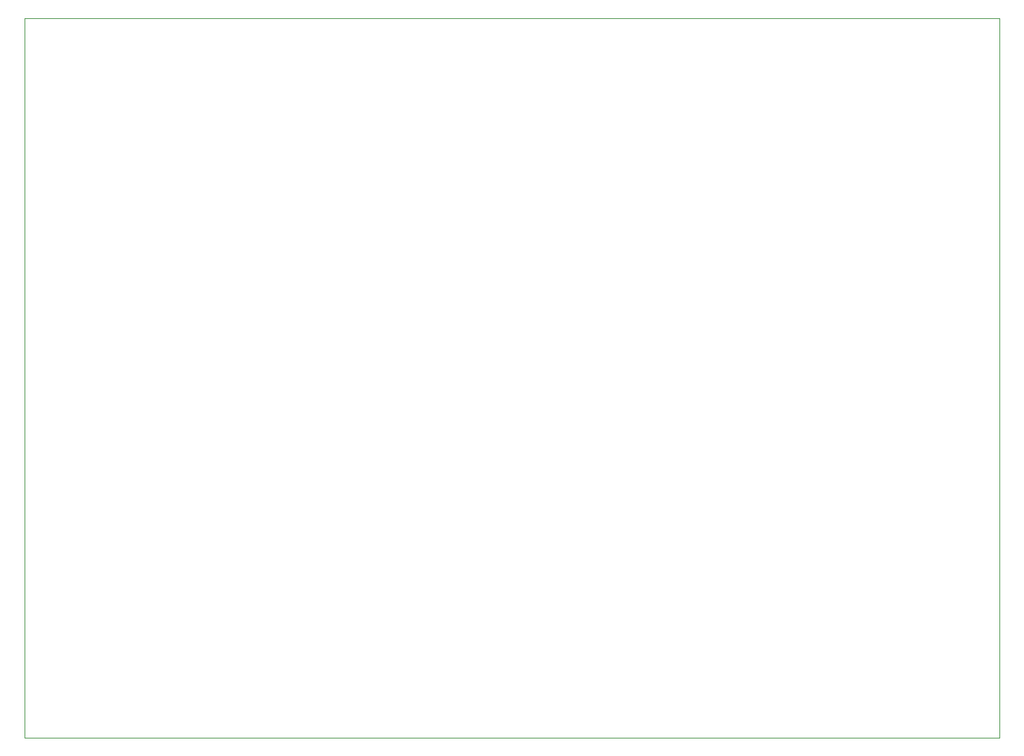
<source format=gbr>
G04 #@! TF.GenerationSoftware,KiCad,Pcbnew,(5.1.5)-3*
G04 #@! TF.CreationDate,2020-08-22T13:10:06+02:00*
G04 #@! TF.ProjectId,TFG20,54464732-302e-46b6-9963-61645f706362,rev?*
G04 #@! TF.SameCoordinates,Original*
G04 #@! TF.FileFunction,Profile,NP*
%FSLAX46Y46*%
G04 Gerber Fmt 4.6, Leading zero omitted, Abs format (unit mm)*
G04 Created by KiCad (PCBNEW (5.1.5)-3) date 2020-08-22 13:10:06*
%MOMM*%
%LPD*%
G04 APERTURE LIST*
%ADD10C,0.050000*%
G04 APERTURE END LIST*
D10*
X134620000Y-37084000D02*
X17018000Y-37084000D01*
X134620000Y-123952000D02*
X134620000Y-37084000D01*
X17018000Y-123952000D02*
X134620000Y-123952000D01*
X17018000Y-37084000D02*
X17018000Y-123952000D01*
M02*

</source>
